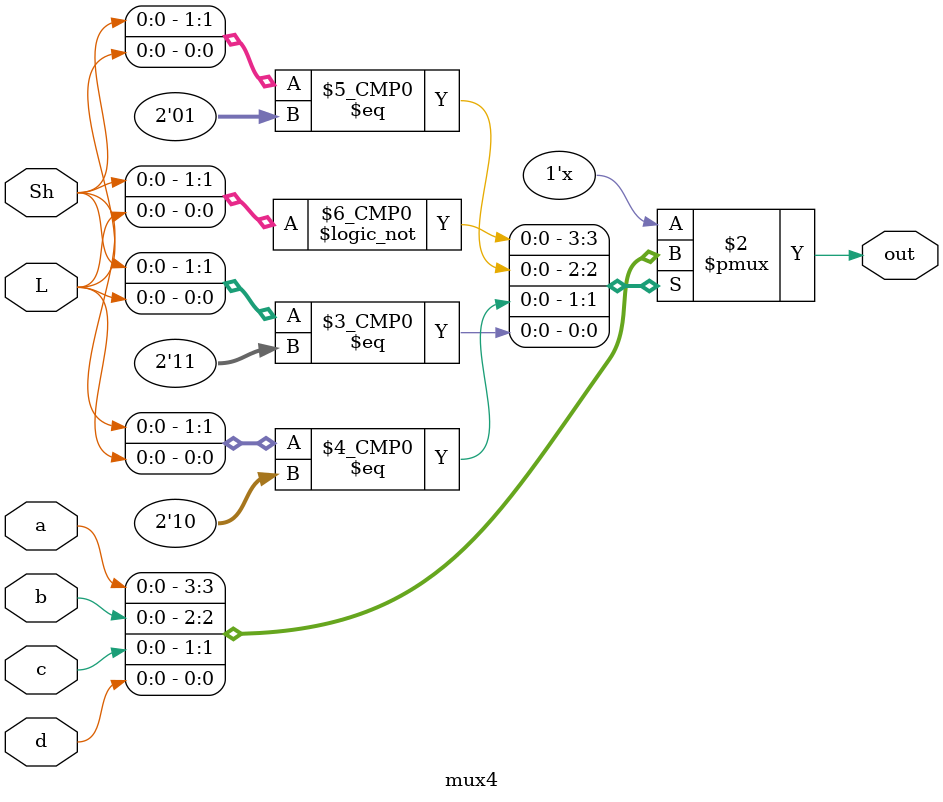
<source format=v>
module mux4 (
    input wire a, b, c, d,
    input Sh, L,
    output reg out
);

    always @* begin
        case ({Sh, L})
            2'b00: out = a;
            2'b01: out = b;
            2'b10: out = c;
            2'b11: out = d;
        endcase
    end

endmodule
</source>
